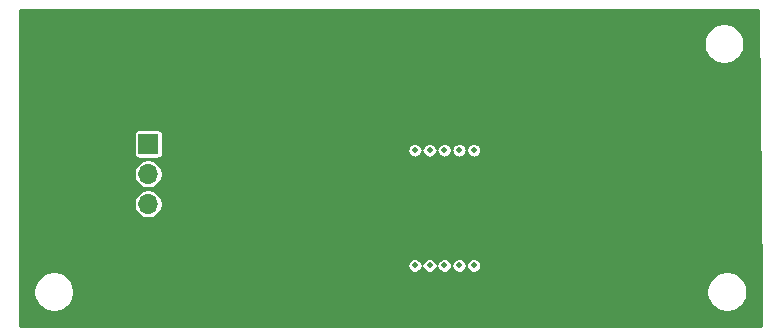
<source format=gbr>
G04 #@! TF.GenerationSoftware,KiCad,Pcbnew,(5.1.5)-3*
G04 #@! TF.CreationDate,2021-01-14T16:52:46-05:00*
G04 #@! TF.ProjectId,MOSFET_test_board,4d4f5346-4554-45f7-9465-73745f626f61,rev?*
G04 #@! TF.SameCoordinates,Original*
G04 #@! TF.FileFunction,Copper,L2,Bot*
G04 #@! TF.FilePolarity,Positive*
%FSLAX46Y46*%
G04 Gerber Fmt 4.6, Leading zero omitted, Abs format (unit mm)*
G04 Created by KiCad (PCBNEW (5.1.5)-3) date 2021-01-14 16:52:46*
%MOMM*%
%LPD*%
G04 APERTURE LIST*
%ADD10O,1.700000X1.700000*%
%ADD11R,1.700000X1.700000*%
%ADD12C,0.500000*%
%ADD13C,0.800000*%
%ADD14C,0.254000*%
G04 APERTURE END LIST*
D10*
X37500000Y-61580000D03*
X37500000Y-59040000D03*
D11*
X37500000Y-56500000D03*
D12*
X65070000Y-66786000D03*
X62570000Y-66786000D03*
X61320000Y-66786000D03*
X60070000Y-66786000D03*
X63820000Y-66786000D03*
X65070000Y-57036000D03*
X62570000Y-57036000D03*
X61320000Y-57036000D03*
X60070000Y-57036000D03*
X63820000Y-57036000D03*
D13*
X34500000Y-57500000D03*
X40500000Y-60500000D03*
X39500000Y-57500000D03*
X80500000Y-67500000D03*
X80500000Y-56750000D03*
X80500000Y-52500000D03*
X85500000Y-52500000D03*
X80500000Y-47500000D03*
X75500000Y-47500000D03*
X70500000Y-47500000D03*
X65500000Y-47500000D03*
X60500000Y-47500000D03*
X55500000Y-47500000D03*
X50500000Y-47500000D03*
X65500000Y-62500000D03*
X60500000Y-62500000D03*
X55500000Y-62500000D03*
X50500000Y-62500000D03*
X40500000Y-70000000D03*
X35500000Y-70000000D03*
X30500000Y-65000000D03*
X35500000Y-65000000D03*
X40500000Y-65000000D03*
X33000000Y-47500000D03*
X35500000Y-52500000D03*
X50500000Y-52500000D03*
X55500000Y-52500000D03*
X70500000Y-52500000D03*
X73000000Y-60000000D03*
X80500000Y-70000000D03*
X34500000Y-62500000D03*
X35500000Y-60500000D03*
D14*
G36*
X89344000Y-68868668D02*
G01*
X89344000Y-71873000D01*
X26656000Y-71873000D01*
X26656000Y-68829511D01*
X27769000Y-68829511D01*
X27769000Y-69170489D01*
X27835521Y-69504914D01*
X27966007Y-69819936D01*
X28155444Y-70103448D01*
X28396552Y-70344556D01*
X28680064Y-70533993D01*
X28995086Y-70664479D01*
X29329511Y-70731000D01*
X29670489Y-70731000D01*
X30004914Y-70664479D01*
X30319936Y-70533993D01*
X30603448Y-70344556D01*
X30844556Y-70103448D01*
X31033993Y-69819936D01*
X31164479Y-69504914D01*
X31231000Y-69170489D01*
X31231000Y-68829511D01*
X84769000Y-68829511D01*
X84769000Y-69170489D01*
X84835521Y-69504914D01*
X84966007Y-69819936D01*
X85155444Y-70103448D01*
X85396552Y-70344556D01*
X85680064Y-70533993D01*
X85995086Y-70664479D01*
X86329511Y-70731000D01*
X86670489Y-70731000D01*
X87004914Y-70664479D01*
X87319936Y-70533993D01*
X87603448Y-70344556D01*
X87844556Y-70103448D01*
X88033993Y-69819936D01*
X88164479Y-69504914D01*
X88231000Y-69170489D01*
X88231000Y-68829511D01*
X88164479Y-68495086D01*
X88033993Y-68180064D01*
X87844556Y-67896552D01*
X87603448Y-67655444D01*
X87319936Y-67466007D01*
X87004914Y-67335521D01*
X86670489Y-67269000D01*
X86329511Y-67269000D01*
X85995086Y-67335521D01*
X85680064Y-67466007D01*
X85396552Y-67655444D01*
X85155444Y-67896552D01*
X84966007Y-68180064D01*
X84835521Y-68495086D01*
X84769000Y-68829511D01*
X31231000Y-68829511D01*
X31164479Y-68495086D01*
X31033993Y-68180064D01*
X30844556Y-67896552D01*
X30603448Y-67655444D01*
X30319936Y-67466007D01*
X30004914Y-67335521D01*
X29670489Y-67269000D01*
X29329511Y-67269000D01*
X28995086Y-67335521D01*
X28680064Y-67466007D01*
X28396552Y-67655444D01*
X28155444Y-67896552D01*
X27966007Y-68180064D01*
X27835521Y-68495086D01*
X27769000Y-68829511D01*
X26656000Y-68829511D01*
X26656000Y-66723852D01*
X59439000Y-66723852D01*
X59439000Y-66848148D01*
X59463249Y-66970056D01*
X59510815Y-67084891D01*
X59579870Y-67188239D01*
X59667761Y-67276130D01*
X59771109Y-67345185D01*
X59885944Y-67392751D01*
X60007852Y-67417000D01*
X60132148Y-67417000D01*
X60254056Y-67392751D01*
X60368891Y-67345185D01*
X60472239Y-67276130D01*
X60560130Y-67188239D01*
X60629185Y-67084891D01*
X60676751Y-66970056D01*
X60695000Y-66878312D01*
X60713249Y-66970056D01*
X60760815Y-67084891D01*
X60829870Y-67188239D01*
X60917761Y-67276130D01*
X61021109Y-67345185D01*
X61135944Y-67392751D01*
X61257852Y-67417000D01*
X61382148Y-67417000D01*
X61504056Y-67392751D01*
X61618891Y-67345185D01*
X61722239Y-67276130D01*
X61810130Y-67188239D01*
X61879185Y-67084891D01*
X61926751Y-66970056D01*
X61945000Y-66878312D01*
X61963249Y-66970056D01*
X62010815Y-67084891D01*
X62079870Y-67188239D01*
X62167761Y-67276130D01*
X62271109Y-67345185D01*
X62385944Y-67392751D01*
X62507852Y-67417000D01*
X62632148Y-67417000D01*
X62754056Y-67392751D01*
X62868891Y-67345185D01*
X62972239Y-67276130D01*
X63060130Y-67188239D01*
X63129185Y-67084891D01*
X63176751Y-66970056D01*
X63195000Y-66878312D01*
X63213249Y-66970056D01*
X63260815Y-67084891D01*
X63329870Y-67188239D01*
X63417761Y-67276130D01*
X63521109Y-67345185D01*
X63635944Y-67392751D01*
X63757852Y-67417000D01*
X63882148Y-67417000D01*
X64004056Y-67392751D01*
X64118891Y-67345185D01*
X64222239Y-67276130D01*
X64310130Y-67188239D01*
X64379185Y-67084891D01*
X64426751Y-66970056D01*
X64445000Y-66878312D01*
X64463249Y-66970056D01*
X64510815Y-67084891D01*
X64579870Y-67188239D01*
X64667761Y-67276130D01*
X64771109Y-67345185D01*
X64885944Y-67392751D01*
X65007852Y-67417000D01*
X65132148Y-67417000D01*
X65254056Y-67392751D01*
X65368891Y-67345185D01*
X65472239Y-67276130D01*
X65560130Y-67188239D01*
X65629185Y-67084891D01*
X65676751Y-66970056D01*
X65701000Y-66848148D01*
X65701000Y-66723852D01*
X65676751Y-66601944D01*
X65629185Y-66487109D01*
X65560130Y-66383761D01*
X65472239Y-66295870D01*
X65368891Y-66226815D01*
X65254056Y-66179249D01*
X65132148Y-66155000D01*
X65007852Y-66155000D01*
X64885944Y-66179249D01*
X64771109Y-66226815D01*
X64667761Y-66295870D01*
X64579870Y-66383761D01*
X64510815Y-66487109D01*
X64463249Y-66601944D01*
X64445000Y-66693688D01*
X64426751Y-66601944D01*
X64379185Y-66487109D01*
X64310130Y-66383761D01*
X64222239Y-66295870D01*
X64118891Y-66226815D01*
X64004056Y-66179249D01*
X63882148Y-66155000D01*
X63757852Y-66155000D01*
X63635944Y-66179249D01*
X63521109Y-66226815D01*
X63417761Y-66295870D01*
X63329870Y-66383761D01*
X63260815Y-66487109D01*
X63213249Y-66601944D01*
X63195000Y-66693688D01*
X63176751Y-66601944D01*
X63129185Y-66487109D01*
X63060130Y-66383761D01*
X62972239Y-66295870D01*
X62868891Y-66226815D01*
X62754056Y-66179249D01*
X62632148Y-66155000D01*
X62507852Y-66155000D01*
X62385944Y-66179249D01*
X62271109Y-66226815D01*
X62167761Y-66295870D01*
X62079870Y-66383761D01*
X62010815Y-66487109D01*
X61963249Y-66601944D01*
X61945000Y-66693688D01*
X61926751Y-66601944D01*
X61879185Y-66487109D01*
X61810130Y-66383761D01*
X61722239Y-66295870D01*
X61618891Y-66226815D01*
X61504056Y-66179249D01*
X61382148Y-66155000D01*
X61257852Y-66155000D01*
X61135944Y-66179249D01*
X61021109Y-66226815D01*
X60917761Y-66295870D01*
X60829870Y-66383761D01*
X60760815Y-66487109D01*
X60713249Y-66601944D01*
X60695000Y-66693688D01*
X60676751Y-66601944D01*
X60629185Y-66487109D01*
X60560130Y-66383761D01*
X60472239Y-66295870D01*
X60368891Y-66226815D01*
X60254056Y-66179249D01*
X60132148Y-66155000D01*
X60007852Y-66155000D01*
X59885944Y-66179249D01*
X59771109Y-66226815D01*
X59667761Y-66295870D01*
X59579870Y-66383761D01*
X59510815Y-66487109D01*
X59463249Y-66601944D01*
X59439000Y-66723852D01*
X26656000Y-66723852D01*
X26656000Y-61458757D01*
X36269000Y-61458757D01*
X36269000Y-61701243D01*
X36316307Y-61939069D01*
X36409102Y-62163097D01*
X36543820Y-62364717D01*
X36715283Y-62536180D01*
X36916903Y-62670898D01*
X37140931Y-62763693D01*
X37378757Y-62811000D01*
X37621243Y-62811000D01*
X37859069Y-62763693D01*
X38083097Y-62670898D01*
X38284717Y-62536180D01*
X38456180Y-62364717D01*
X38590898Y-62163097D01*
X38683693Y-61939069D01*
X38731000Y-61701243D01*
X38731000Y-61458757D01*
X38683693Y-61220931D01*
X38590898Y-60996903D01*
X38456180Y-60795283D01*
X38284717Y-60623820D01*
X38083097Y-60489102D01*
X37859069Y-60396307D01*
X37621243Y-60349000D01*
X37378757Y-60349000D01*
X37140931Y-60396307D01*
X36916903Y-60489102D01*
X36715283Y-60623820D01*
X36543820Y-60795283D01*
X36409102Y-60996903D01*
X36316307Y-61220931D01*
X36269000Y-61458757D01*
X26656000Y-61458757D01*
X26656000Y-58918757D01*
X36269000Y-58918757D01*
X36269000Y-59161243D01*
X36316307Y-59399069D01*
X36409102Y-59623097D01*
X36543820Y-59824717D01*
X36715283Y-59996180D01*
X36916903Y-60130898D01*
X37140931Y-60223693D01*
X37378757Y-60271000D01*
X37621243Y-60271000D01*
X37859069Y-60223693D01*
X38083097Y-60130898D01*
X38284717Y-59996180D01*
X38456180Y-59824717D01*
X38590898Y-59623097D01*
X38683693Y-59399069D01*
X38731000Y-59161243D01*
X38731000Y-58918757D01*
X38683693Y-58680931D01*
X38590898Y-58456903D01*
X38456180Y-58255283D01*
X38284717Y-58083820D01*
X38083097Y-57949102D01*
X37859069Y-57856307D01*
X37621243Y-57809000D01*
X37378757Y-57809000D01*
X37140931Y-57856307D01*
X36916903Y-57949102D01*
X36715283Y-58083820D01*
X36543820Y-58255283D01*
X36409102Y-58456903D01*
X36316307Y-58680931D01*
X36269000Y-58918757D01*
X26656000Y-58918757D01*
X26656000Y-55650000D01*
X36267157Y-55650000D01*
X36267157Y-57350000D01*
X36274513Y-57424689D01*
X36296299Y-57496508D01*
X36331678Y-57562696D01*
X36379289Y-57620711D01*
X36437304Y-57668322D01*
X36503492Y-57703701D01*
X36575311Y-57725487D01*
X36650000Y-57732843D01*
X38350000Y-57732843D01*
X38424689Y-57725487D01*
X38496508Y-57703701D01*
X38562696Y-57668322D01*
X38620711Y-57620711D01*
X38668322Y-57562696D01*
X38703701Y-57496508D01*
X38725487Y-57424689D01*
X38732843Y-57350000D01*
X38732843Y-56973852D01*
X59439000Y-56973852D01*
X59439000Y-57098148D01*
X59463249Y-57220056D01*
X59510815Y-57334891D01*
X59579870Y-57438239D01*
X59667761Y-57526130D01*
X59771109Y-57595185D01*
X59885944Y-57642751D01*
X60007852Y-57667000D01*
X60132148Y-57667000D01*
X60254056Y-57642751D01*
X60368891Y-57595185D01*
X60472239Y-57526130D01*
X60560130Y-57438239D01*
X60629185Y-57334891D01*
X60676751Y-57220056D01*
X60695000Y-57128312D01*
X60713249Y-57220056D01*
X60760815Y-57334891D01*
X60829870Y-57438239D01*
X60917761Y-57526130D01*
X61021109Y-57595185D01*
X61135944Y-57642751D01*
X61257852Y-57667000D01*
X61382148Y-57667000D01*
X61504056Y-57642751D01*
X61618891Y-57595185D01*
X61722239Y-57526130D01*
X61810130Y-57438239D01*
X61879185Y-57334891D01*
X61926751Y-57220056D01*
X61945000Y-57128312D01*
X61963249Y-57220056D01*
X62010815Y-57334891D01*
X62079870Y-57438239D01*
X62167761Y-57526130D01*
X62271109Y-57595185D01*
X62385944Y-57642751D01*
X62507852Y-57667000D01*
X62632148Y-57667000D01*
X62754056Y-57642751D01*
X62868891Y-57595185D01*
X62972239Y-57526130D01*
X63060130Y-57438239D01*
X63129185Y-57334891D01*
X63176751Y-57220056D01*
X63195000Y-57128312D01*
X63213249Y-57220056D01*
X63260815Y-57334891D01*
X63329870Y-57438239D01*
X63417761Y-57526130D01*
X63521109Y-57595185D01*
X63635944Y-57642751D01*
X63757852Y-57667000D01*
X63882148Y-57667000D01*
X64004056Y-57642751D01*
X64118891Y-57595185D01*
X64222239Y-57526130D01*
X64310130Y-57438239D01*
X64379185Y-57334891D01*
X64426751Y-57220056D01*
X64445000Y-57128312D01*
X64463249Y-57220056D01*
X64510815Y-57334891D01*
X64579870Y-57438239D01*
X64667761Y-57526130D01*
X64771109Y-57595185D01*
X64885944Y-57642751D01*
X65007852Y-57667000D01*
X65132148Y-57667000D01*
X65254056Y-57642751D01*
X65368891Y-57595185D01*
X65472239Y-57526130D01*
X65560130Y-57438239D01*
X65629185Y-57334891D01*
X65676751Y-57220056D01*
X65701000Y-57098148D01*
X65701000Y-56973852D01*
X65676751Y-56851944D01*
X65629185Y-56737109D01*
X65560130Y-56633761D01*
X65472239Y-56545870D01*
X65368891Y-56476815D01*
X65254056Y-56429249D01*
X65132148Y-56405000D01*
X65007852Y-56405000D01*
X64885944Y-56429249D01*
X64771109Y-56476815D01*
X64667761Y-56545870D01*
X64579870Y-56633761D01*
X64510815Y-56737109D01*
X64463249Y-56851944D01*
X64445000Y-56943688D01*
X64426751Y-56851944D01*
X64379185Y-56737109D01*
X64310130Y-56633761D01*
X64222239Y-56545870D01*
X64118891Y-56476815D01*
X64004056Y-56429249D01*
X63882148Y-56405000D01*
X63757852Y-56405000D01*
X63635944Y-56429249D01*
X63521109Y-56476815D01*
X63417761Y-56545870D01*
X63329870Y-56633761D01*
X63260815Y-56737109D01*
X63213249Y-56851944D01*
X63195000Y-56943688D01*
X63176751Y-56851944D01*
X63129185Y-56737109D01*
X63060130Y-56633761D01*
X62972239Y-56545870D01*
X62868891Y-56476815D01*
X62754056Y-56429249D01*
X62632148Y-56405000D01*
X62507852Y-56405000D01*
X62385944Y-56429249D01*
X62271109Y-56476815D01*
X62167761Y-56545870D01*
X62079870Y-56633761D01*
X62010815Y-56737109D01*
X61963249Y-56851944D01*
X61945000Y-56943688D01*
X61926751Y-56851944D01*
X61879185Y-56737109D01*
X61810130Y-56633761D01*
X61722239Y-56545870D01*
X61618891Y-56476815D01*
X61504056Y-56429249D01*
X61382148Y-56405000D01*
X61257852Y-56405000D01*
X61135944Y-56429249D01*
X61021109Y-56476815D01*
X60917761Y-56545870D01*
X60829870Y-56633761D01*
X60760815Y-56737109D01*
X60713249Y-56851944D01*
X60695000Y-56943688D01*
X60676751Y-56851944D01*
X60629185Y-56737109D01*
X60560130Y-56633761D01*
X60472239Y-56545870D01*
X60368891Y-56476815D01*
X60254056Y-56429249D01*
X60132148Y-56405000D01*
X60007852Y-56405000D01*
X59885944Y-56429249D01*
X59771109Y-56476815D01*
X59667761Y-56545870D01*
X59579870Y-56633761D01*
X59510815Y-56737109D01*
X59463249Y-56851944D01*
X59439000Y-56973852D01*
X38732843Y-56973852D01*
X38732843Y-55650000D01*
X38725487Y-55575311D01*
X38703701Y-55503492D01*
X38668322Y-55437304D01*
X38620711Y-55379289D01*
X38562696Y-55331678D01*
X38496508Y-55296299D01*
X38424689Y-55274513D01*
X38350000Y-55267157D01*
X36650000Y-55267157D01*
X36575311Y-55274513D01*
X36503492Y-55296299D01*
X36437304Y-55331678D01*
X36379289Y-55379289D01*
X36331678Y-55437304D01*
X36296299Y-55503492D01*
X36274513Y-55575311D01*
X36267157Y-55650000D01*
X26656000Y-55650000D01*
X26656000Y-47829511D01*
X84519000Y-47829511D01*
X84519000Y-48170489D01*
X84585521Y-48504914D01*
X84716007Y-48819936D01*
X84905444Y-49103448D01*
X85146552Y-49344556D01*
X85430064Y-49533993D01*
X85745086Y-49664479D01*
X86079511Y-49731000D01*
X86420489Y-49731000D01*
X86754914Y-49664479D01*
X87069936Y-49533993D01*
X87353448Y-49344556D01*
X87594556Y-49103448D01*
X87783993Y-48819936D01*
X87914479Y-48504914D01*
X87981000Y-48170489D01*
X87981000Y-47829511D01*
X87914479Y-47495086D01*
X87783993Y-47180064D01*
X87594556Y-46896552D01*
X87353448Y-46655444D01*
X87069936Y-46466007D01*
X86754914Y-46335521D01*
X86420489Y-46269000D01*
X86079511Y-46269000D01*
X85745086Y-46335521D01*
X85430064Y-46466007D01*
X85146552Y-46655444D01*
X84905444Y-46896552D01*
X84716007Y-47180064D01*
X84585521Y-47495086D01*
X84519000Y-47829511D01*
X26656000Y-47829511D01*
X26656000Y-45127000D01*
X89124170Y-45127000D01*
X89344000Y-68868668D01*
G37*
X89344000Y-68868668D02*
X89344000Y-71873000D01*
X26656000Y-71873000D01*
X26656000Y-68829511D01*
X27769000Y-68829511D01*
X27769000Y-69170489D01*
X27835521Y-69504914D01*
X27966007Y-69819936D01*
X28155444Y-70103448D01*
X28396552Y-70344556D01*
X28680064Y-70533993D01*
X28995086Y-70664479D01*
X29329511Y-70731000D01*
X29670489Y-70731000D01*
X30004914Y-70664479D01*
X30319936Y-70533993D01*
X30603448Y-70344556D01*
X30844556Y-70103448D01*
X31033993Y-69819936D01*
X31164479Y-69504914D01*
X31231000Y-69170489D01*
X31231000Y-68829511D01*
X84769000Y-68829511D01*
X84769000Y-69170489D01*
X84835521Y-69504914D01*
X84966007Y-69819936D01*
X85155444Y-70103448D01*
X85396552Y-70344556D01*
X85680064Y-70533993D01*
X85995086Y-70664479D01*
X86329511Y-70731000D01*
X86670489Y-70731000D01*
X87004914Y-70664479D01*
X87319936Y-70533993D01*
X87603448Y-70344556D01*
X87844556Y-70103448D01*
X88033993Y-69819936D01*
X88164479Y-69504914D01*
X88231000Y-69170489D01*
X88231000Y-68829511D01*
X88164479Y-68495086D01*
X88033993Y-68180064D01*
X87844556Y-67896552D01*
X87603448Y-67655444D01*
X87319936Y-67466007D01*
X87004914Y-67335521D01*
X86670489Y-67269000D01*
X86329511Y-67269000D01*
X85995086Y-67335521D01*
X85680064Y-67466007D01*
X85396552Y-67655444D01*
X85155444Y-67896552D01*
X84966007Y-68180064D01*
X84835521Y-68495086D01*
X84769000Y-68829511D01*
X31231000Y-68829511D01*
X31164479Y-68495086D01*
X31033993Y-68180064D01*
X30844556Y-67896552D01*
X30603448Y-67655444D01*
X30319936Y-67466007D01*
X30004914Y-67335521D01*
X29670489Y-67269000D01*
X29329511Y-67269000D01*
X28995086Y-67335521D01*
X28680064Y-67466007D01*
X28396552Y-67655444D01*
X28155444Y-67896552D01*
X27966007Y-68180064D01*
X27835521Y-68495086D01*
X27769000Y-68829511D01*
X26656000Y-68829511D01*
X26656000Y-66723852D01*
X59439000Y-66723852D01*
X59439000Y-66848148D01*
X59463249Y-66970056D01*
X59510815Y-67084891D01*
X59579870Y-67188239D01*
X59667761Y-67276130D01*
X59771109Y-67345185D01*
X59885944Y-67392751D01*
X60007852Y-67417000D01*
X60132148Y-67417000D01*
X60254056Y-67392751D01*
X60368891Y-67345185D01*
X60472239Y-67276130D01*
X60560130Y-67188239D01*
X60629185Y-67084891D01*
X60676751Y-66970056D01*
X60695000Y-66878312D01*
X60713249Y-66970056D01*
X60760815Y-67084891D01*
X60829870Y-67188239D01*
X60917761Y-67276130D01*
X61021109Y-67345185D01*
X61135944Y-67392751D01*
X61257852Y-67417000D01*
X61382148Y-67417000D01*
X61504056Y-67392751D01*
X61618891Y-67345185D01*
X61722239Y-67276130D01*
X61810130Y-67188239D01*
X61879185Y-67084891D01*
X61926751Y-66970056D01*
X61945000Y-66878312D01*
X61963249Y-66970056D01*
X62010815Y-67084891D01*
X62079870Y-67188239D01*
X62167761Y-67276130D01*
X62271109Y-67345185D01*
X62385944Y-67392751D01*
X62507852Y-67417000D01*
X62632148Y-67417000D01*
X62754056Y-67392751D01*
X62868891Y-67345185D01*
X62972239Y-67276130D01*
X63060130Y-67188239D01*
X63129185Y-67084891D01*
X63176751Y-66970056D01*
X63195000Y-66878312D01*
X63213249Y-66970056D01*
X63260815Y-67084891D01*
X63329870Y-67188239D01*
X63417761Y-67276130D01*
X63521109Y-67345185D01*
X63635944Y-67392751D01*
X63757852Y-67417000D01*
X63882148Y-67417000D01*
X64004056Y-67392751D01*
X64118891Y-67345185D01*
X64222239Y-67276130D01*
X64310130Y-67188239D01*
X64379185Y-67084891D01*
X64426751Y-66970056D01*
X64445000Y-66878312D01*
X64463249Y-66970056D01*
X64510815Y-67084891D01*
X64579870Y-67188239D01*
X64667761Y-67276130D01*
X64771109Y-67345185D01*
X64885944Y-67392751D01*
X65007852Y-67417000D01*
X65132148Y-67417000D01*
X65254056Y-67392751D01*
X65368891Y-67345185D01*
X65472239Y-67276130D01*
X65560130Y-67188239D01*
X65629185Y-67084891D01*
X65676751Y-66970056D01*
X65701000Y-66848148D01*
X65701000Y-66723852D01*
X65676751Y-66601944D01*
X65629185Y-66487109D01*
X65560130Y-66383761D01*
X65472239Y-66295870D01*
X65368891Y-66226815D01*
X65254056Y-66179249D01*
X65132148Y-66155000D01*
X65007852Y-66155000D01*
X64885944Y-66179249D01*
X64771109Y-66226815D01*
X64667761Y-66295870D01*
X64579870Y-66383761D01*
X64510815Y-66487109D01*
X64463249Y-66601944D01*
X64445000Y-66693688D01*
X64426751Y-66601944D01*
X64379185Y-66487109D01*
X64310130Y-66383761D01*
X64222239Y-66295870D01*
X64118891Y-66226815D01*
X64004056Y-66179249D01*
X63882148Y-66155000D01*
X63757852Y-66155000D01*
X63635944Y-66179249D01*
X63521109Y-66226815D01*
X63417761Y-66295870D01*
X63329870Y-66383761D01*
X63260815Y-66487109D01*
X63213249Y-66601944D01*
X63195000Y-66693688D01*
X63176751Y-66601944D01*
X63129185Y-66487109D01*
X63060130Y-66383761D01*
X62972239Y-66295870D01*
X62868891Y-66226815D01*
X62754056Y-66179249D01*
X62632148Y-66155000D01*
X62507852Y-66155000D01*
X62385944Y-66179249D01*
X62271109Y-66226815D01*
X62167761Y-66295870D01*
X62079870Y-66383761D01*
X62010815Y-66487109D01*
X61963249Y-66601944D01*
X61945000Y-66693688D01*
X61926751Y-66601944D01*
X61879185Y-66487109D01*
X61810130Y-66383761D01*
X61722239Y-66295870D01*
X61618891Y-66226815D01*
X61504056Y-66179249D01*
X61382148Y-66155000D01*
X61257852Y-66155000D01*
X61135944Y-66179249D01*
X61021109Y-66226815D01*
X60917761Y-66295870D01*
X60829870Y-66383761D01*
X60760815Y-66487109D01*
X60713249Y-66601944D01*
X60695000Y-66693688D01*
X60676751Y-66601944D01*
X60629185Y-66487109D01*
X60560130Y-66383761D01*
X60472239Y-66295870D01*
X60368891Y-66226815D01*
X60254056Y-66179249D01*
X60132148Y-66155000D01*
X60007852Y-66155000D01*
X59885944Y-66179249D01*
X59771109Y-66226815D01*
X59667761Y-66295870D01*
X59579870Y-66383761D01*
X59510815Y-66487109D01*
X59463249Y-66601944D01*
X59439000Y-66723852D01*
X26656000Y-66723852D01*
X26656000Y-61458757D01*
X36269000Y-61458757D01*
X36269000Y-61701243D01*
X36316307Y-61939069D01*
X36409102Y-62163097D01*
X36543820Y-62364717D01*
X36715283Y-62536180D01*
X36916903Y-62670898D01*
X37140931Y-62763693D01*
X37378757Y-62811000D01*
X37621243Y-62811000D01*
X37859069Y-62763693D01*
X38083097Y-62670898D01*
X38284717Y-62536180D01*
X38456180Y-62364717D01*
X38590898Y-62163097D01*
X38683693Y-61939069D01*
X38731000Y-61701243D01*
X38731000Y-61458757D01*
X38683693Y-61220931D01*
X38590898Y-60996903D01*
X38456180Y-60795283D01*
X38284717Y-60623820D01*
X38083097Y-60489102D01*
X37859069Y-60396307D01*
X37621243Y-60349000D01*
X37378757Y-60349000D01*
X37140931Y-60396307D01*
X36916903Y-60489102D01*
X36715283Y-60623820D01*
X36543820Y-60795283D01*
X36409102Y-60996903D01*
X36316307Y-61220931D01*
X36269000Y-61458757D01*
X26656000Y-61458757D01*
X26656000Y-58918757D01*
X36269000Y-58918757D01*
X36269000Y-59161243D01*
X36316307Y-59399069D01*
X36409102Y-59623097D01*
X36543820Y-59824717D01*
X36715283Y-59996180D01*
X36916903Y-60130898D01*
X37140931Y-60223693D01*
X37378757Y-60271000D01*
X37621243Y-60271000D01*
X37859069Y-60223693D01*
X38083097Y-60130898D01*
X38284717Y-59996180D01*
X38456180Y-59824717D01*
X38590898Y-59623097D01*
X38683693Y-59399069D01*
X38731000Y-59161243D01*
X38731000Y-58918757D01*
X38683693Y-58680931D01*
X38590898Y-58456903D01*
X38456180Y-58255283D01*
X38284717Y-58083820D01*
X38083097Y-57949102D01*
X37859069Y-57856307D01*
X37621243Y-57809000D01*
X37378757Y-57809000D01*
X37140931Y-57856307D01*
X36916903Y-57949102D01*
X36715283Y-58083820D01*
X36543820Y-58255283D01*
X36409102Y-58456903D01*
X36316307Y-58680931D01*
X36269000Y-58918757D01*
X26656000Y-58918757D01*
X26656000Y-55650000D01*
X36267157Y-55650000D01*
X36267157Y-57350000D01*
X36274513Y-57424689D01*
X36296299Y-57496508D01*
X36331678Y-57562696D01*
X36379289Y-57620711D01*
X36437304Y-57668322D01*
X36503492Y-57703701D01*
X36575311Y-57725487D01*
X36650000Y-57732843D01*
X38350000Y-57732843D01*
X38424689Y-57725487D01*
X38496508Y-57703701D01*
X38562696Y-57668322D01*
X38620711Y-57620711D01*
X38668322Y-57562696D01*
X38703701Y-57496508D01*
X38725487Y-57424689D01*
X38732843Y-57350000D01*
X38732843Y-56973852D01*
X59439000Y-56973852D01*
X59439000Y-57098148D01*
X59463249Y-57220056D01*
X59510815Y-57334891D01*
X59579870Y-57438239D01*
X59667761Y-57526130D01*
X59771109Y-57595185D01*
X59885944Y-57642751D01*
X60007852Y-57667000D01*
X60132148Y-57667000D01*
X60254056Y-57642751D01*
X60368891Y-57595185D01*
X60472239Y-57526130D01*
X60560130Y-57438239D01*
X60629185Y-57334891D01*
X60676751Y-57220056D01*
X60695000Y-57128312D01*
X60713249Y-57220056D01*
X60760815Y-57334891D01*
X60829870Y-57438239D01*
X60917761Y-57526130D01*
X61021109Y-57595185D01*
X61135944Y-57642751D01*
X61257852Y-57667000D01*
X61382148Y-57667000D01*
X61504056Y-57642751D01*
X61618891Y-57595185D01*
X61722239Y-57526130D01*
X61810130Y-57438239D01*
X61879185Y-57334891D01*
X61926751Y-57220056D01*
X61945000Y-57128312D01*
X61963249Y-57220056D01*
X62010815Y-57334891D01*
X62079870Y-57438239D01*
X62167761Y-57526130D01*
X62271109Y-57595185D01*
X62385944Y-57642751D01*
X62507852Y-57667000D01*
X62632148Y-57667000D01*
X62754056Y-57642751D01*
X62868891Y-57595185D01*
X62972239Y-57526130D01*
X63060130Y-57438239D01*
X63129185Y-57334891D01*
X63176751Y-57220056D01*
X63195000Y-57128312D01*
X63213249Y-57220056D01*
X63260815Y-57334891D01*
X63329870Y-57438239D01*
X63417761Y-57526130D01*
X63521109Y-57595185D01*
X63635944Y-57642751D01*
X63757852Y-57667000D01*
X63882148Y-57667000D01*
X64004056Y-57642751D01*
X64118891Y-57595185D01*
X64222239Y-57526130D01*
X64310130Y-57438239D01*
X64379185Y-57334891D01*
X64426751Y-57220056D01*
X64445000Y-57128312D01*
X64463249Y-57220056D01*
X64510815Y-57334891D01*
X64579870Y-57438239D01*
X64667761Y-57526130D01*
X64771109Y-57595185D01*
X64885944Y-57642751D01*
X65007852Y-57667000D01*
X65132148Y-57667000D01*
X65254056Y-57642751D01*
X65368891Y-57595185D01*
X65472239Y-57526130D01*
X65560130Y-57438239D01*
X65629185Y-57334891D01*
X65676751Y-57220056D01*
X65701000Y-57098148D01*
X65701000Y-56973852D01*
X65676751Y-56851944D01*
X65629185Y-56737109D01*
X65560130Y-56633761D01*
X65472239Y-56545870D01*
X65368891Y-56476815D01*
X65254056Y-56429249D01*
X65132148Y-56405000D01*
X65007852Y-56405000D01*
X64885944Y-56429249D01*
X64771109Y-56476815D01*
X64667761Y-56545870D01*
X64579870Y-56633761D01*
X64510815Y-56737109D01*
X64463249Y-56851944D01*
X64445000Y-56943688D01*
X64426751Y-56851944D01*
X64379185Y-56737109D01*
X64310130Y-56633761D01*
X64222239Y-56545870D01*
X64118891Y-56476815D01*
X64004056Y-56429249D01*
X63882148Y-56405000D01*
X63757852Y-56405000D01*
X63635944Y-56429249D01*
X63521109Y-56476815D01*
X63417761Y-56545870D01*
X63329870Y-56633761D01*
X63260815Y-56737109D01*
X63213249Y-56851944D01*
X63195000Y-56943688D01*
X63176751Y-56851944D01*
X63129185Y-56737109D01*
X63060130Y-56633761D01*
X62972239Y-56545870D01*
X62868891Y-56476815D01*
X62754056Y-56429249D01*
X62632148Y-56405000D01*
X62507852Y-56405000D01*
X62385944Y-56429249D01*
X62271109Y-56476815D01*
X62167761Y-56545870D01*
X62079870Y-56633761D01*
X62010815Y-56737109D01*
X61963249Y-56851944D01*
X61945000Y-56943688D01*
X61926751Y-56851944D01*
X61879185Y-56737109D01*
X61810130Y-56633761D01*
X61722239Y-56545870D01*
X61618891Y-56476815D01*
X61504056Y-56429249D01*
X61382148Y-56405000D01*
X61257852Y-56405000D01*
X61135944Y-56429249D01*
X61021109Y-56476815D01*
X60917761Y-56545870D01*
X60829870Y-56633761D01*
X60760815Y-56737109D01*
X60713249Y-56851944D01*
X60695000Y-56943688D01*
X60676751Y-56851944D01*
X60629185Y-56737109D01*
X60560130Y-56633761D01*
X60472239Y-56545870D01*
X60368891Y-56476815D01*
X60254056Y-56429249D01*
X60132148Y-56405000D01*
X60007852Y-56405000D01*
X59885944Y-56429249D01*
X59771109Y-56476815D01*
X59667761Y-56545870D01*
X59579870Y-56633761D01*
X59510815Y-56737109D01*
X59463249Y-56851944D01*
X59439000Y-56973852D01*
X38732843Y-56973852D01*
X38732843Y-55650000D01*
X38725487Y-55575311D01*
X38703701Y-55503492D01*
X38668322Y-55437304D01*
X38620711Y-55379289D01*
X38562696Y-55331678D01*
X38496508Y-55296299D01*
X38424689Y-55274513D01*
X38350000Y-55267157D01*
X36650000Y-55267157D01*
X36575311Y-55274513D01*
X36503492Y-55296299D01*
X36437304Y-55331678D01*
X36379289Y-55379289D01*
X36331678Y-55437304D01*
X36296299Y-55503492D01*
X36274513Y-55575311D01*
X36267157Y-55650000D01*
X26656000Y-55650000D01*
X26656000Y-47829511D01*
X84519000Y-47829511D01*
X84519000Y-48170489D01*
X84585521Y-48504914D01*
X84716007Y-48819936D01*
X84905444Y-49103448D01*
X85146552Y-49344556D01*
X85430064Y-49533993D01*
X85745086Y-49664479D01*
X86079511Y-49731000D01*
X86420489Y-49731000D01*
X86754914Y-49664479D01*
X87069936Y-49533993D01*
X87353448Y-49344556D01*
X87594556Y-49103448D01*
X87783993Y-48819936D01*
X87914479Y-48504914D01*
X87981000Y-48170489D01*
X87981000Y-47829511D01*
X87914479Y-47495086D01*
X87783993Y-47180064D01*
X87594556Y-46896552D01*
X87353448Y-46655444D01*
X87069936Y-46466007D01*
X86754914Y-46335521D01*
X86420489Y-46269000D01*
X86079511Y-46269000D01*
X85745086Y-46335521D01*
X85430064Y-46466007D01*
X85146552Y-46655444D01*
X84905444Y-46896552D01*
X84716007Y-47180064D01*
X84585521Y-47495086D01*
X84519000Y-47829511D01*
X26656000Y-47829511D01*
X26656000Y-45127000D01*
X89124170Y-45127000D01*
X89344000Y-68868668D01*
M02*

</source>
